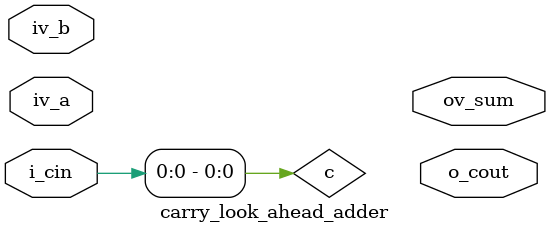
<source format=v>
module carry_look_ahead_adder
#(
    parameter DATA_WIDTH = 16
)(
    input wire [DATA_WIDTH-1:0] iv_a,
    input wire [DATA_WIDTH-1:0] iv_b,
    input wire i_cin,
    output wire [DATA_WIDTH-1:0] ov_sum,
    output wire o_cout
);

    wire [DATA_WIDTH-1:0] p, g;
    wire [DATA_WIDTH:0] c;

    assign c[0] = i_cin;

    genvar i;

    // compute generate and propagation
    generate for (i = 0; i < DATA_WIDTH; i = i + 1) begin
        assign p[i] = iv_a[i] ^ iv_b[i];
        assign g[i] = iv_a[i] & iv_b[i];
    end endgenerate

    // compute carry for each stage
    generate for (i = 1; i < DATA_WIDTH+1; i = i + 1) begin
        assign c[i] = g[i-1] | ( p[i-1] & c[i-1] );
    end endgenerate

    // compute sum
    generate for (i = 0; i < DATA_WIDTH; i = i + 1) begin
        assign sum[i] = p[i] ^ c[i];
    end endgenerate

    // assign final carry
    assign cout = c[n];

endmodule

</source>
